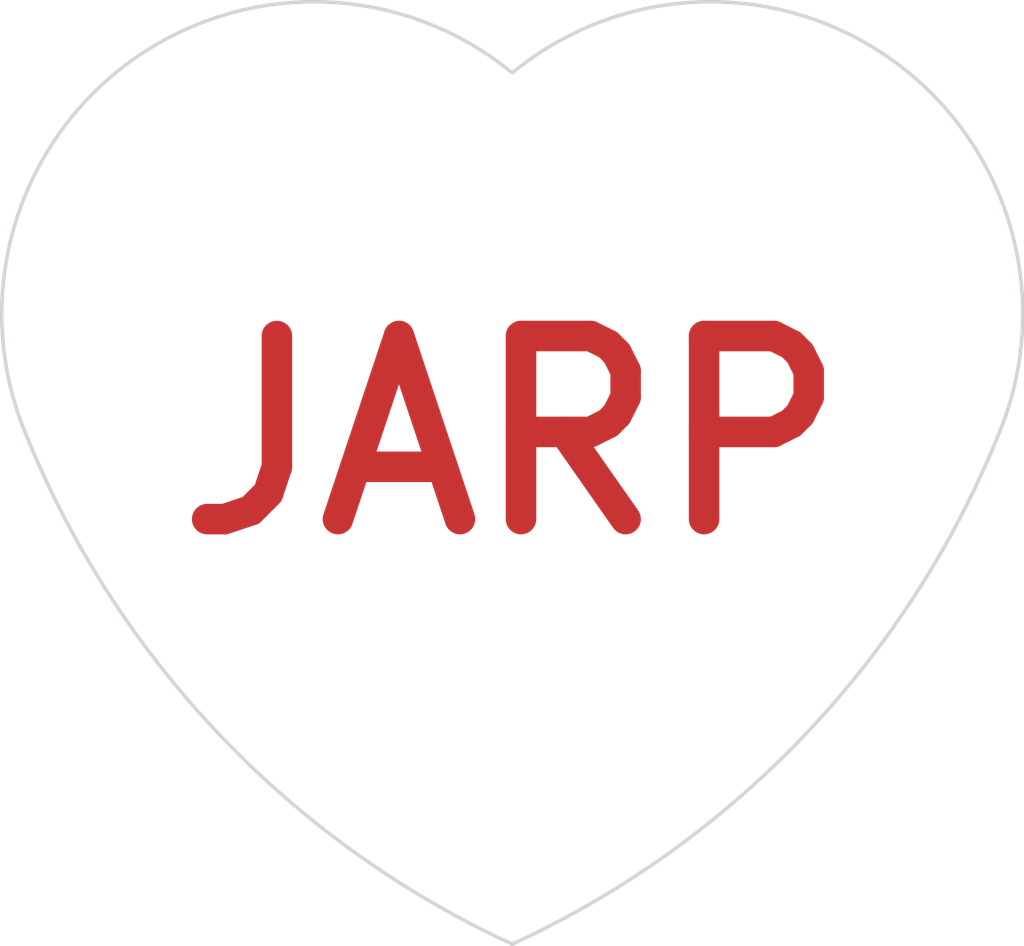
<source format=kicad_pcb>
(kicad_pcb (version 20171130) (host pcbnew "(5.1.5)-3")

  (general
    (thickness 1.6)
    (drawings 5)
    (tracks 0)
    (zones 0)
    (modules 0)
    (nets 1)
  )

  (page A4)
  (layers
    (0 F.Cu signal)
    (31 B.Cu signal)
    (32 B.Adhes user)
    (33 F.Adhes user)
    (34 B.Paste user)
    (35 F.Paste user)
    (36 B.SilkS user)
    (37 F.SilkS user)
    (38 B.Mask user)
    (39 F.Mask user)
    (40 Dwgs.User user)
    (41 Cmts.User user)
    (42 Eco1.User user)
    (43 Eco2.User user)
    (44 Edge.Cuts user)
    (45 Margin user)
    (46 B.CrtYd user)
    (47 F.CrtYd user)
    (48 B.Fab user)
    (49 F.Fab user)
  )

  (setup
    (last_trace_width 0.25)
    (trace_clearance 0.2)
    (zone_clearance 0.508)
    (zone_45_only no)
    (trace_min 0.2)
    (via_size 0.8)
    (via_drill 0.4)
    (via_min_size 0.4)
    (via_min_drill 0.3)
    (uvia_size 0.3)
    (uvia_drill 0.1)
    (uvias_allowed no)
    (uvia_min_size 0.2)
    (uvia_min_drill 0.1)
    (edge_width 0.05)
    (segment_width 0.2)
    (pcb_text_width 0.3)
    (pcb_text_size 1.5 1.5)
    (mod_edge_width 0.12)
    (mod_text_size 1 1)
    (mod_text_width 0.15)
    (pad_size 1.524 1.524)
    (pad_drill 0.762)
    (pad_to_mask_clearance 0.2)
    (aux_axis_origin 0 0)
    (grid_origin 202.184 62.484)
    (visible_elements 7FFFFFFF)
    (pcbplotparams
      (layerselection 0x01000_7fffffff)
      (usegerberextensions false)
      (usegerberattributes false)
      (usegerberadvancedattributes false)
      (creategerberjobfile false)
      (excludeedgelayer true)
      (linewidth 0.100000)
      (plotframeref false)
      (viasonmask false)
      (mode 1)
      (useauxorigin false)
      (hpglpennumber 1)
      (hpglpenspeed 20)
      (hpglpendiameter 15.000000)
      (psnegative false)
      (psa4output false)
      (plotreference true)
      (plotvalue true)
      (plotinvisibletext false)
      (padsonsilk false)
      (subtractmaskfromsilk false)
      (outputformat 1)
      (mirror false)
      (drillshape 0)
      (scaleselection 1)
      (outputdirectory "./"))
  )

  (net 0 "")

  (net_class Default "This is the default net class."
    (clearance 0.2)
    (trace_width 0.25)
    (via_dia 0.8)
    (via_drill 0.4)
    (uvia_dia 0.3)
    (uvia_drill 0.1)
  )

  (gr_arc (start 177.292 66.294) (end 140.227255 80.742069) (angle -43.98314235) (layer Edge.Cuts) (width 0.15) (tstamp 5E461F6A))
  (gr_arc (start 144.018 66.294) (end 181.082745 80.742069) (angle 43.98132865) (layer Edge.Cuts) (width 0.15) (tstamp 5E461EF2))
  (gr_arc (start 168.91 76.2) (end 160.655 66.167) (angle 149.9093018) (layer Edge.Cuts) (width 0.15) (tstamp 5E461EE0))
  (gr_arc (start 152.4 76.2) (end 160.655 66.167) (angle -149.9093018) (layer Edge.Cuts) (width 0.15) (tstamp 5E461AC8))
  (gr_text JARP (at 160.655 81.28) (layer F.Cu)
    (effects (font (size 7.62 7.62) (thickness 1.27)))
  )

)

</source>
